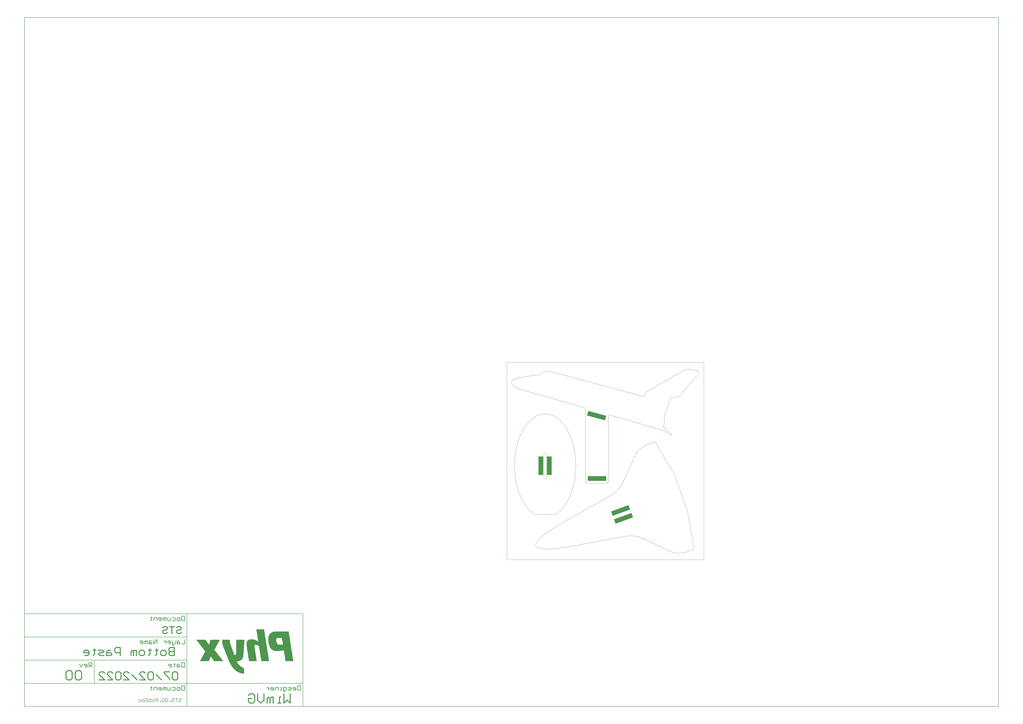
<source format=gbp>
G04*
G04 #@! TF.GenerationSoftware,Altium Limited,Altium Designer,22.2.0 (33)*
G04*
G04 Layer_Color=128*
%FSLAX25Y25*%
%MOIN*%
G70*
G04*
G04 #@! TF.SameCoordinates,AE1C0F29-CF17-4AF8-ABE1-3241E8FB01DF*
G04*
G04*
G04 #@! TF.FilePolarity,Positive*
G04*
G01*
G75*
%ADD10C,0.01575*%
%ADD11C,0.00787*%
%ADD15R,0.31496X0.07874*%
%ADD21C,0.00394*%
%ADD22C,0.00984*%
%ADD34R,0.07874X0.31496*%
G04:AMPARAMS|DCode=52|XSize=314.96mil|YSize=78.74mil|CornerRadius=0mil|HoleSize=0mil|Usage=FLASHONLY|Rotation=20.000|XOffset=0mil|YOffset=0mil|HoleType=Round|Shape=Rectangle|*
%AMROTATEDRECTD52*
4,1,4,-0.13452,-0.09086,-0.16145,-0.01687,0.13452,0.09086,0.16145,0.01687,-0.13452,-0.09086,0.0*
%
%ADD52ROTATEDRECTD52*%

G04:AMPARAMS|DCode=53|XSize=314.96mil|YSize=78.74mil|CornerRadius=0mil|HoleSize=0mil|Usage=FLASHONLY|Rotation=345.000|XOffset=0mil|YOffset=0mil|HoleType=Round|Shape=Rectangle|*
%AMROTATEDRECTD53*
4,1,4,-0.16230,0.00273,-0.14193,0.07879,0.16230,-0.00273,0.14193,-0.07879,-0.16230,0.00273,0.0*
%
%ADD53ROTATEDRECTD53*%

G36*
X-95415Y-141778D02*
X-97132D01*
Y-142065D01*
X-97991D01*
Y-142351D01*
X-98850D01*
Y-142637D01*
X-99709D01*
Y-142924D01*
X-100282D01*
Y-143210D01*
X-100568D01*
Y-143496D01*
X-101141D01*
Y-143783D01*
X-101427D01*
Y-144069D01*
X-102000D01*
Y-144355D01*
X-102286D01*
Y-144641D01*
X-102572D01*
Y-144928D01*
X-102859D01*
Y-145214D01*
X-103145D01*
Y-145501D01*
X-103431D01*
Y-145787D01*
X-103718D01*
Y-146073D01*
Y-146359D01*
X-104004D01*
Y-146646D01*
X-104290D01*
Y-146932D01*
Y-147218D01*
X-104577D01*
Y-147505D01*
X-104863D01*
Y-147791D01*
Y-148077D01*
X-105149D01*
Y-148364D01*
Y-148650D01*
Y-148936D01*
X-105436D01*
Y-149223D01*
Y-149509D01*
Y-149795D01*
X-105722D01*
Y-150082D01*
Y-150368D01*
Y-150654D01*
Y-150940D01*
X-106008D01*
Y-151227D01*
Y-151513D01*
Y-151799D01*
Y-152086D01*
Y-152372D01*
X-106295D01*
Y-152658D01*
Y-152945D01*
Y-153231D01*
Y-153517D01*
Y-153804D01*
Y-154090D01*
Y-154376D01*
Y-154663D01*
Y-154949D01*
Y-155235D01*
Y-155521D01*
Y-155808D01*
Y-156094D01*
Y-156380D01*
Y-156667D01*
Y-156953D01*
Y-157239D01*
Y-157526D01*
Y-157812D01*
Y-158098D01*
X-106008D01*
Y-158385D01*
Y-158671D01*
Y-158957D01*
Y-159244D01*
Y-159530D01*
Y-159816D01*
Y-160102D01*
X-105722D01*
Y-160389D01*
Y-160675D01*
Y-160961D01*
Y-161248D01*
Y-161534D01*
X-105436D01*
Y-161820D01*
Y-162107D01*
Y-162393D01*
Y-162679D01*
Y-162966D01*
X-105149D01*
Y-163252D01*
Y-163538D01*
Y-163824D01*
X-104863D01*
Y-164111D01*
Y-164397D01*
Y-164683D01*
Y-164970D01*
X-104577D01*
Y-165256D01*
Y-165542D01*
Y-165829D01*
X-104290D01*
Y-166115D01*
Y-166401D01*
X-104004D01*
Y-166688D01*
Y-166974D01*
Y-167260D01*
X-103718D01*
Y-167547D01*
Y-167833D01*
X-103431D01*
Y-168119D01*
Y-168405D01*
X-103145D01*
Y-168692D01*
Y-168978D01*
X-102859D01*
Y-169264D01*
X-102572D01*
Y-169551D01*
Y-169837D01*
X-102286D01*
Y-170123D01*
X-102000D01*
Y-170410D01*
X-101714D01*
Y-170696D01*
Y-170982D01*
X-101427D01*
Y-171269D01*
X-101141D01*
Y-171555D01*
X-100855D01*
Y-171841D01*
X-100568D01*
Y-172127D01*
X-100282D01*
Y-172414D01*
X-99709D01*
Y-172700D01*
X-99423D01*
Y-172986D01*
X-98850D01*
Y-173273D01*
X-98564D01*
Y-173559D01*
X-97991D01*
Y-173845D01*
X-97132D01*
Y-174132D01*
X-96273D01*
Y-174418D01*
X-95415D01*
Y-174704D01*
X-93697D01*
Y-174991D01*
X-88543D01*
Y-174704D01*
X-85966D01*
Y-174418D01*
X-83962D01*
Y-174132D01*
X-82530D01*
Y-173845D01*
X-81099D01*
Y-173559D01*
X-79667D01*
Y-173845D01*
Y-174132D01*
Y-174418D01*
Y-174704D01*
Y-174991D01*
Y-175277D01*
Y-175563D01*
X-79381D01*
Y-175850D01*
Y-176136D01*
Y-176422D01*
Y-176709D01*
Y-176995D01*
Y-177281D01*
X-79095D01*
Y-177568D01*
Y-177854D01*
Y-178140D01*
Y-178426D01*
Y-178713D01*
Y-178999D01*
X-78808D01*
Y-179285D01*
Y-179572D01*
Y-179858D01*
Y-180144D01*
Y-180431D01*
Y-180717D01*
Y-181003D01*
X-78522D01*
Y-181290D01*
Y-181576D01*
Y-181862D01*
Y-182149D01*
Y-182435D01*
Y-182721D01*
X-78236D01*
Y-183007D01*
Y-183294D01*
Y-183580D01*
Y-183866D01*
Y-184153D01*
Y-184439D01*
X-77950D01*
Y-184725D01*
Y-185012D01*
Y-185298D01*
Y-185584D01*
Y-185871D01*
Y-186157D01*
Y-186443D01*
X-77663D01*
Y-186730D01*
Y-187016D01*
Y-187302D01*
Y-187588D01*
Y-187875D01*
Y-188161D01*
X-77377D01*
Y-188447D01*
Y-188734D01*
Y-189020D01*
Y-189306D01*
Y-189593D01*
Y-189879D01*
X-77091D01*
Y-190165D01*
Y-190452D01*
Y-190738D01*
Y-191024D01*
Y-191311D01*
Y-191597D01*
Y-191883D01*
X-63634D01*
Y-191597D01*
X-63920D01*
Y-191311D01*
Y-191024D01*
Y-190738D01*
Y-190452D01*
Y-190165D01*
X-64206D01*
Y-189879D01*
Y-189593D01*
Y-189306D01*
Y-189020D01*
Y-188734D01*
Y-188447D01*
Y-188161D01*
X-64493D01*
Y-187875D01*
Y-187588D01*
Y-187302D01*
Y-187016D01*
Y-186730D01*
Y-186443D01*
X-64779D01*
Y-186157D01*
Y-185871D01*
Y-185584D01*
Y-185298D01*
Y-185012D01*
Y-184725D01*
X-65065D01*
Y-184439D01*
Y-184153D01*
Y-183866D01*
Y-183580D01*
Y-183294D01*
Y-183007D01*
Y-182721D01*
X-65352D01*
Y-182435D01*
Y-182149D01*
Y-181862D01*
Y-181576D01*
Y-181290D01*
Y-181003D01*
X-65638D01*
Y-180717D01*
Y-180431D01*
Y-180144D01*
Y-179858D01*
Y-179572D01*
Y-179285D01*
X-65924D01*
Y-178999D01*
Y-178713D01*
Y-178426D01*
Y-178140D01*
Y-177854D01*
Y-177568D01*
X-66211D01*
Y-177281D01*
Y-176995D01*
Y-176709D01*
Y-176422D01*
Y-176136D01*
Y-175850D01*
Y-175563D01*
X-66497D01*
Y-175277D01*
Y-174991D01*
Y-174704D01*
Y-174418D01*
Y-174132D01*
Y-173845D01*
X-66783D01*
Y-173559D01*
Y-173273D01*
Y-172986D01*
Y-172700D01*
Y-172414D01*
Y-172127D01*
X-67070D01*
Y-171841D01*
Y-171555D01*
Y-171269D01*
Y-170982D01*
Y-170696D01*
Y-170410D01*
X-67356D01*
Y-170123D01*
Y-169837D01*
Y-169551D01*
Y-169264D01*
Y-168978D01*
Y-168692D01*
Y-168405D01*
X-67642D01*
Y-168119D01*
Y-167833D01*
Y-167547D01*
Y-167260D01*
Y-166974D01*
Y-166688D01*
X-67928D01*
Y-166401D01*
Y-166115D01*
Y-165829D01*
Y-165542D01*
Y-165256D01*
Y-164970D01*
X-68215D01*
Y-164683D01*
Y-164397D01*
Y-164111D01*
Y-163824D01*
Y-163538D01*
Y-163252D01*
Y-162966D01*
X-68501D01*
Y-162679D01*
Y-162393D01*
Y-162107D01*
Y-161820D01*
Y-161534D01*
Y-161248D01*
X-68787D01*
Y-160961D01*
Y-160675D01*
Y-160389D01*
Y-160102D01*
Y-159816D01*
Y-159530D01*
X-69074D01*
Y-159244D01*
Y-158957D01*
Y-158671D01*
Y-158385D01*
Y-158098D01*
Y-157812D01*
X-69360D01*
Y-157526D01*
Y-157239D01*
Y-156953D01*
Y-156667D01*
Y-156380D01*
Y-156094D01*
Y-155808D01*
X-69646D01*
Y-155521D01*
Y-155235D01*
Y-154949D01*
Y-154663D01*
Y-154376D01*
Y-154090D01*
X-69933D01*
Y-153804D01*
Y-153517D01*
Y-153231D01*
Y-152945D01*
Y-152658D01*
Y-152372D01*
X-70219D01*
Y-152086D01*
Y-151799D01*
Y-151513D01*
Y-151227D01*
Y-150940D01*
Y-150654D01*
Y-150368D01*
X-70505D01*
Y-150082D01*
Y-149795D01*
Y-149509D01*
Y-149223D01*
Y-148936D01*
Y-148650D01*
X-70792D01*
Y-148364D01*
Y-148077D01*
Y-147791D01*
Y-147505D01*
Y-147218D01*
Y-146932D01*
X-71078D01*
Y-146646D01*
Y-146359D01*
Y-146073D01*
Y-145787D01*
Y-145501D01*
Y-145214D01*
Y-144928D01*
X-71364D01*
Y-144641D01*
Y-144355D01*
Y-144069D01*
Y-143783D01*
Y-143496D01*
Y-143210D01*
X-71651D01*
Y-142924D01*
Y-142637D01*
Y-142351D01*
Y-142065D01*
Y-141778D01*
Y-141492D01*
X-95415D01*
Y-141778D01*
D02*
G37*
G36*
X-126623Y-138343D02*
Y-138629D01*
X-126336D01*
Y-138915D01*
Y-139202D01*
Y-139488D01*
Y-139774D01*
Y-140060D01*
Y-140347D01*
X-126050D01*
Y-140633D01*
Y-140919D01*
Y-141206D01*
Y-141492D01*
Y-141778D01*
Y-142065D01*
X-125764D01*
Y-142351D01*
Y-142637D01*
Y-142924D01*
Y-143210D01*
Y-143496D01*
Y-143783D01*
Y-144069D01*
X-125477D01*
Y-144355D01*
Y-144641D01*
Y-144928D01*
Y-145214D01*
Y-145501D01*
Y-145787D01*
X-125191D01*
Y-146073D01*
Y-146359D01*
Y-146646D01*
Y-146932D01*
Y-147218D01*
Y-147505D01*
X-124905D01*
Y-147791D01*
Y-148077D01*
Y-148364D01*
Y-148650D01*
Y-148936D01*
Y-149223D01*
Y-149509D01*
X-124618D01*
Y-149795D01*
Y-150082D01*
Y-150368D01*
Y-150654D01*
Y-150940D01*
Y-151227D01*
X-124332D01*
Y-151513D01*
Y-151799D01*
Y-152086D01*
Y-152372D01*
Y-152658D01*
Y-152945D01*
X-124046D01*
Y-153231D01*
Y-153517D01*
Y-153804D01*
Y-154090D01*
Y-154376D01*
Y-154663D01*
X-123759D01*
Y-154949D01*
Y-155235D01*
Y-155521D01*
Y-155808D01*
Y-156094D01*
Y-156380D01*
Y-156667D01*
X-123473D01*
Y-156953D01*
Y-157239D01*
Y-157526D01*
Y-157812D01*
Y-158098D01*
Y-158385D01*
X-123187D01*
Y-158671D01*
Y-158957D01*
X-123759D01*
Y-158671D01*
X-124046D01*
Y-158385D01*
X-124332D01*
Y-158098D01*
X-124905D01*
Y-157812D01*
X-125191D01*
Y-157526D01*
X-125477D01*
Y-157239D01*
X-126050D01*
Y-156953D01*
X-126623D01*
Y-156667D01*
X-126909D01*
Y-156380D01*
X-127482D01*
Y-156094D01*
X-128341D01*
Y-155808D01*
X-128913D01*
Y-155521D01*
X-129772D01*
Y-155235D01*
X-131204D01*
Y-154949D01*
X-137503D01*
Y-155235D01*
X-138648D01*
Y-155521D01*
X-139507D01*
Y-155808D01*
X-140079D01*
Y-156094D01*
X-140366D01*
Y-156380D01*
X-140938D01*
Y-156667D01*
X-141225D01*
Y-156953D01*
X-141511D01*
Y-157239D01*
X-141797D01*
Y-157526D01*
X-142084D01*
Y-157812D01*
Y-158098D01*
X-142370D01*
Y-158385D01*
Y-158671D01*
X-142656D01*
Y-158957D01*
Y-159244D01*
Y-159530D01*
X-142943D01*
Y-159816D01*
Y-160102D01*
Y-160389D01*
Y-160675D01*
X-143229D01*
Y-160961D01*
Y-161248D01*
Y-161534D01*
Y-161820D01*
Y-162107D01*
Y-162393D01*
Y-162679D01*
Y-162966D01*
Y-163252D01*
Y-163538D01*
Y-163824D01*
Y-164111D01*
Y-164397D01*
Y-164683D01*
Y-164970D01*
Y-165256D01*
Y-165542D01*
Y-165829D01*
X-142943D01*
Y-166115D01*
Y-166401D01*
Y-166688D01*
Y-166974D01*
Y-167260D01*
Y-167547D01*
Y-167833D01*
X-142656D01*
Y-168119D01*
Y-168405D01*
Y-168692D01*
Y-168978D01*
Y-169264D01*
Y-169551D01*
Y-169837D01*
X-142370D01*
Y-170123D01*
Y-170410D01*
Y-170696D01*
Y-170982D01*
Y-171269D01*
Y-171555D01*
X-142084D01*
Y-171841D01*
Y-172127D01*
Y-172414D01*
Y-172700D01*
Y-172986D01*
Y-173273D01*
X-141797D01*
Y-173559D01*
Y-173845D01*
Y-174132D01*
Y-174418D01*
Y-174704D01*
Y-174991D01*
X-141511D01*
Y-175277D01*
Y-175563D01*
Y-175850D01*
Y-176136D01*
Y-176422D01*
Y-176709D01*
Y-176995D01*
X-141225D01*
Y-177281D01*
Y-177568D01*
Y-177854D01*
Y-178140D01*
Y-178426D01*
Y-178713D01*
X-140938D01*
Y-178999D01*
Y-179285D01*
Y-179572D01*
Y-179858D01*
Y-180144D01*
Y-180431D01*
X-140652D01*
Y-180717D01*
Y-181003D01*
Y-181290D01*
Y-181576D01*
Y-181862D01*
Y-182149D01*
Y-182435D01*
X-140366D01*
Y-182721D01*
Y-183007D01*
Y-183294D01*
Y-183580D01*
Y-183866D01*
Y-184153D01*
X-140079D01*
Y-184439D01*
Y-184725D01*
Y-185012D01*
Y-185298D01*
Y-185584D01*
Y-185871D01*
X-139793D01*
Y-186157D01*
Y-186443D01*
Y-186730D01*
Y-187016D01*
Y-187302D01*
Y-187588D01*
X-139507D01*
Y-187875D01*
Y-188161D01*
Y-188447D01*
Y-188734D01*
Y-189020D01*
Y-189306D01*
Y-189593D01*
X-139220D01*
Y-189879D01*
Y-190165D01*
Y-190452D01*
Y-190738D01*
Y-191024D01*
Y-191311D01*
X-138934D01*
Y-191597D01*
Y-191883D01*
X-125764D01*
Y-191597D01*
Y-191311D01*
X-126050D01*
Y-191024D01*
Y-190738D01*
Y-190452D01*
Y-190165D01*
Y-189879D01*
Y-189593D01*
X-126336D01*
Y-189306D01*
Y-189020D01*
Y-188734D01*
Y-188447D01*
Y-188161D01*
Y-187875D01*
Y-187588D01*
X-126623D01*
Y-187302D01*
Y-187016D01*
Y-186730D01*
Y-186443D01*
Y-186157D01*
Y-185871D01*
X-126909D01*
Y-185584D01*
Y-185298D01*
Y-185012D01*
Y-184725D01*
Y-184439D01*
Y-184153D01*
X-127195D01*
Y-183866D01*
Y-183580D01*
Y-183294D01*
Y-183007D01*
Y-182721D01*
Y-182435D01*
Y-182149D01*
X-127482D01*
Y-181862D01*
Y-181576D01*
Y-181290D01*
Y-181003D01*
Y-180717D01*
Y-180431D01*
X-127768D01*
Y-180144D01*
Y-179858D01*
Y-179572D01*
Y-179285D01*
Y-178999D01*
Y-178713D01*
Y-178426D01*
X-128054D01*
Y-178140D01*
Y-177854D01*
Y-177568D01*
Y-177281D01*
Y-176995D01*
Y-176709D01*
X-128341D01*
Y-176422D01*
Y-176136D01*
Y-175850D01*
Y-175563D01*
Y-175277D01*
Y-174991D01*
X-128627D01*
Y-174704D01*
Y-174418D01*
Y-174132D01*
Y-173845D01*
Y-173559D01*
Y-173273D01*
X-128913D01*
Y-172986D01*
Y-172700D01*
Y-172414D01*
Y-172127D01*
Y-171841D01*
Y-171555D01*
Y-171269D01*
X-129200D01*
Y-170982D01*
Y-170696D01*
Y-170410D01*
Y-170123D01*
Y-169837D01*
Y-169551D01*
X-129486D01*
Y-169264D01*
Y-168978D01*
Y-168692D01*
Y-168405D01*
Y-168119D01*
Y-167833D01*
Y-167547D01*
X-129772D01*
Y-167260D01*
Y-166974D01*
Y-166688D01*
Y-166401D01*
Y-166115D01*
Y-165829D01*
X-129486D01*
Y-165542D01*
Y-165256D01*
X-129200D01*
Y-164970D01*
X-128913D01*
Y-164683D01*
X-128341D01*
Y-164397D01*
X-126623D01*
Y-164683D01*
X-125191D01*
Y-164970D01*
X-124332D01*
Y-165256D01*
X-123759D01*
Y-165542D01*
X-123473D01*
Y-165829D01*
X-122901D01*
Y-166115D01*
X-122614D01*
Y-166401D01*
X-122328D01*
Y-166688D01*
Y-166974D01*
X-122042D01*
Y-167260D01*
Y-167547D01*
Y-167833D01*
X-121755D01*
Y-168119D01*
Y-168405D01*
Y-168692D01*
Y-168978D01*
Y-169264D01*
Y-169551D01*
X-121469D01*
Y-169837D01*
Y-170123D01*
Y-170410D01*
Y-170696D01*
Y-170982D01*
Y-171269D01*
Y-171555D01*
X-121183D01*
Y-171841D01*
Y-172127D01*
Y-172414D01*
Y-172700D01*
Y-172986D01*
Y-173273D01*
X-120896D01*
Y-173559D01*
Y-173845D01*
Y-174132D01*
Y-174418D01*
Y-174704D01*
Y-174991D01*
X-120610D01*
Y-175277D01*
Y-175563D01*
Y-175850D01*
Y-176136D01*
Y-176422D01*
Y-176709D01*
X-120324D01*
Y-176995D01*
Y-177281D01*
Y-177568D01*
Y-177854D01*
Y-178140D01*
Y-178426D01*
Y-178713D01*
X-120037D01*
Y-178999D01*
Y-179285D01*
Y-179572D01*
Y-179858D01*
Y-180144D01*
Y-180431D01*
X-119751D01*
Y-180717D01*
Y-181003D01*
Y-181290D01*
Y-181576D01*
Y-181862D01*
Y-182149D01*
X-119465D01*
Y-182435D01*
Y-182721D01*
Y-183007D01*
Y-183294D01*
Y-183580D01*
Y-183866D01*
Y-184153D01*
X-119178D01*
Y-184439D01*
Y-184725D01*
Y-185012D01*
Y-185298D01*
Y-185584D01*
Y-185871D01*
X-118892D01*
Y-186157D01*
Y-186443D01*
Y-186730D01*
Y-187016D01*
Y-187302D01*
Y-187588D01*
X-118606D01*
Y-187875D01*
Y-188161D01*
Y-188447D01*
Y-188734D01*
Y-189020D01*
Y-189306D01*
X-118320D01*
Y-189593D01*
Y-189879D01*
Y-190165D01*
Y-190452D01*
Y-190738D01*
Y-191024D01*
Y-191311D01*
X-118033D01*
Y-191597D01*
Y-191883D01*
X-104863D01*
Y-191597D01*
Y-191311D01*
X-105149D01*
Y-191024D01*
Y-190738D01*
Y-190452D01*
Y-190165D01*
Y-189879D01*
Y-189593D01*
Y-189306D01*
X-105436D01*
Y-189020D01*
Y-188734D01*
Y-188447D01*
Y-188161D01*
Y-187875D01*
Y-187588D01*
X-105722D01*
Y-187302D01*
Y-187016D01*
Y-186730D01*
Y-186443D01*
Y-186157D01*
Y-185871D01*
X-106008D01*
Y-185584D01*
Y-185298D01*
Y-185012D01*
Y-184725D01*
Y-184439D01*
Y-184153D01*
Y-183866D01*
X-106295D01*
Y-183580D01*
Y-183294D01*
Y-183007D01*
Y-182721D01*
Y-182435D01*
Y-182149D01*
X-106581D01*
Y-181862D01*
Y-181576D01*
Y-181290D01*
Y-181003D01*
Y-180717D01*
Y-180431D01*
X-106867D01*
Y-180144D01*
Y-179858D01*
Y-179572D01*
Y-179285D01*
Y-178999D01*
Y-178713D01*
X-107153D01*
Y-178426D01*
Y-178140D01*
Y-177854D01*
Y-177568D01*
Y-177281D01*
Y-176995D01*
Y-176709D01*
X-107440D01*
Y-176422D01*
Y-176136D01*
Y-175850D01*
Y-175563D01*
Y-175277D01*
Y-174991D01*
X-107726D01*
Y-174704D01*
Y-174418D01*
Y-174132D01*
Y-173845D01*
Y-173559D01*
Y-173273D01*
X-108012D01*
Y-172986D01*
Y-172700D01*
Y-172414D01*
Y-172127D01*
Y-171841D01*
Y-171555D01*
Y-171269D01*
X-108299D01*
Y-170982D01*
Y-170696D01*
Y-170410D01*
Y-170123D01*
Y-169837D01*
Y-169551D01*
X-108585D01*
Y-169264D01*
Y-168978D01*
Y-168692D01*
Y-168405D01*
Y-168119D01*
Y-167833D01*
X-108871D01*
Y-167547D01*
Y-167260D01*
Y-166974D01*
Y-166688D01*
Y-166401D01*
Y-166115D01*
X-109158D01*
Y-165829D01*
Y-165542D01*
Y-165256D01*
Y-164970D01*
Y-164683D01*
Y-164397D01*
Y-164111D01*
X-109444D01*
Y-163824D01*
Y-163538D01*
Y-163252D01*
Y-162966D01*
Y-162679D01*
Y-162393D01*
X-109730D01*
Y-162107D01*
Y-161820D01*
Y-161534D01*
Y-161248D01*
Y-160961D01*
Y-160675D01*
X-110017D01*
Y-160389D01*
Y-160102D01*
Y-159816D01*
Y-159530D01*
Y-159244D01*
Y-158957D01*
X-110303D01*
Y-158671D01*
Y-158385D01*
Y-158098D01*
Y-157812D01*
Y-157526D01*
Y-157239D01*
Y-156953D01*
X-110589D01*
Y-156667D01*
Y-156380D01*
Y-156094D01*
Y-155808D01*
Y-155521D01*
Y-155235D01*
X-110875D01*
Y-154949D01*
Y-154663D01*
Y-154376D01*
Y-154090D01*
Y-153804D01*
Y-153517D01*
X-111162D01*
Y-153231D01*
Y-152945D01*
Y-152658D01*
Y-152372D01*
Y-152086D01*
Y-151799D01*
Y-151513D01*
X-111448D01*
Y-151227D01*
Y-150940D01*
Y-150654D01*
Y-150368D01*
Y-150082D01*
Y-149795D01*
X-111734D01*
Y-149509D01*
Y-149223D01*
Y-148936D01*
Y-148650D01*
Y-148364D01*
Y-148077D01*
X-112021D01*
Y-147791D01*
Y-147505D01*
Y-147218D01*
Y-146932D01*
Y-146646D01*
Y-146359D01*
X-112307D01*
Y-146073D01*
Y-145787D01*
Y-145501D01*
Y-145214D01*
Y-144928D01*
Y-144641D01*
Y-144355D01*
X-112593D01*
Y-144069D01*
Y-143783D01*
Y-143496D01*
Y-143210D01*
Y-142924D01*
Y-142637D01*
X-112880D01*
Y-142351D01*
Y-142065D01*
Y-141778D01*
Y-141492D01*
Y-141206D01*
Y-140919D01*
X-113166D01*
Y-140633D01*
Y-140347D01*
Y-140060D01*
Y-139774D01*
Y-139488D01*
Y-139202D01*
Y-138915D01*
X-113452D01*
Y-138629D01*
Y-138343D01*
Y-138056D01*
X-126623D01*
Y-138343D01*
D02*
G37*
G36*
X-228550Y-155808D02*
X-228264D01*
Y-156094D01*
X-227977D01*
Y-156380D01*
Y-156667D01*
X-227691D01*
Y-156953D01*
X-227405D01*
Y-157239D01*
X-227118D01*
Y-157526D01*
Y-157812D01*
X-226832D01*
Y-158098D01*
X-226546D01*
Y-158385D01*
X-226259D01*
Y-158671D01*
X-225973D01*
Y-158957D01*
Y-159244D01*
X-225687D01*
Y-159530D01*
X-225401D01*
Y-159816D01*
X-225114D01*
Y-160102D01*
Y-160389D01*
X-224828D01*
Y-160675D01*
X-224542D01*
Y-160961D01*
X-224255D01*
Y-161248D01*
X-223969D01*
Y-161534D01*
Y-161820D01*
X-223683D01*
Y-162107D01*
X-223396D01*
Y-162393D01*
X-223110D01*
Y-162679D01*
Y-162966D01*
X-222824D01*
Y-163252D01*
X-222537D01*
Y-163538D01*
X-222251D01*
Y-163824D01*
Y-164111D01*
X-221965D01*
Y-164397D01*
X-221678D01*
Y-164683D01*
X-221392D01*
Y-164970D01*
X-221106D01*
Y-165256D01*
Y-165542D01*
X-220820D01*
Y-165829D01*
X-220533D01*
Y-166115D01*
X-220247D01*
Y-166401D01*
Y-166688D01*
X-219961D01*
Y-166974D01*
X-219674D01*
Y-167260D01*
X-219388D01*
Y-167547D01*
Y-167833D01*
X-219102D01*
Y-168119D01*
X-218815D01*
Y-168405D01*
X-218529D01*
Y-168692D01*
X-218243D01*
Y-168978D01*
Y-169264D01*
X-217956D01*
Y-169551D01*
X-217670D01*
Y-169837D01*
X-217384D01*
Y-170123D01*
Y-170410D01*
X-217097D01*
Y-170696D01*
X-216811D01*
Y-170982D01*
X-216525D01*
Y-171269D01*
Y-171555D01*
X-216239D01*
Y-171841D01*
X-215952D01*
Y-172127D01*
X-215666D01*
Y-172414D01*
X-215380D01*
Y-172700D01*
Y-172986D01*
X-215093D01*
Y-173273D01*
X-214807D01*
Y-173559D01*
X-214521D01*
Y-173845D01*
Y-174132D01*
X-214234D01*
Y-174418D01*
X-213948D01*
Y-174704D01*
X-213662D01*
Y-174991D01*
X-213375D01*
Y-175277D01*
Y-175563D01*
X-213662D01*
Y-175850D01*
Y-176136D01*
X-213948D01*
Y-176422D01*
Y-176709D01*
X-214234D01*
Y-176995D01*
X-214521D01*
Y-177281D01*
Y-177568D01*
X-214807D01*
Y-177854D01*
Y-178140D01*
X-215093D01*
Y-178426D01*
Y-178713D01*
X-215380D01*
Y-178999D01*
Y-179285D01*
X-215666D01*
Y-179572D01*
Y-179858D01*
X-215952D01*
Y-180144D01*
Y-180431D01*
X-216239D01*
Y-180717D01*
Y-181003D01*
X-216525D01*
Y-181290D01*
Y-181576D01*
X-216811D01*
Y-181862D01*
X-217097D01*
Y-182149D01*
Y-182435D01*
X-217384D01*
Y-182721D01*
Y-183007D01*
X-217670D01*
Y-183294D01*
Y-183580D01*
X-217956D01*
Y-183866D01*
Y-184153D01*
X-218243D01*
Y-184439D01*
Y-184725D01*
X-218529D01*
Y-185012D01*
Y-185298D01*
X-218815D01*
Y-185584D01*
Y-185871D01*
X-219102D01*
Y-186157D01*
X-219388D01*
Y-186443D01*
Y-186730D01*
X-219674D01*
Y-187016D01*
Y-187302D01*
X-219961D01*
Y-187588D01*
Y-187875D01*
X-220247D01*
Y-188161D01*
Y-188447D01*
X-220533D01*
Y-188734D01*
Y-189020D01*
X-220820D01*
Y-189306D01*
Y-189593D01*
X-221106D01*
Y-189879D01*
Y-190165D01*
X-221392D01*
Y-190452D01*
X-221678D01*
Y-190738D01*
Y-191024D01*
X-221965D01*
Y-191311D01*
Y-191597D01*
X-222251D01*
Y-191883D01*
X-207077D01*
Y-191597D01*
X-206790D01*
Y-191311D01*
Y-191024D01*
Y-190738D01*
X-206504D01*
Y-190452D01*
Y-190165D01*
Y-189879D01*
X-206218D01*
Y-189593D01*
Y-189306D01*
X-205931D01*
Y-189020D01*
Y-188734D01*
Y-188447D01*
X-205645D01*
Y-188161D01*
Y-187875D01*
Y-187588D01*
X-205359D01*
Y-187302D01*
Y-187016D01*
X-205072D01*
Y-186730D01*
Y-186443D01*
Y-186157D01*
X-204786D01*
Y-185871D01*
Y-185584D01*
Y-185298D01*
X-204500D01*
Y-185012D01*
Y-184725D01*
Y-184439D01*
X-204214D01*
Y-184153D01*
X-203641D01*
Y-184439D01*
Y-184725D01*
X-203355D01*
Y-185012D01*
X-203068D01*
Y-185298D01*
Y-185584D01*
X-202782D01*
Y-185871D01*
X-202496D01*
Y-186157D01*
Y-186443D01*
X-202209D01*
Y-186730D01*
X-201923D01*
Y-187016D01*
Y-187302D01*
X-201637D01*
Y-187588D01*
X-201350D01*
Y-187875D01*
X-201064D01*
Y-188161D01*
Y-188447D01*
X-200778D01*
Y-188734D01*
X-200491D01*
Y-189020D01*
Y-189306D01*
X-200205D01*
Y-189593D01*
X-199919D01*
Y-189879D01*
Y-190165D01*
X-199632D01*
Y-190452D01*
X-199346D01*
Y-190738D01*
Y-191024D01*
X-199060D01*
Y-191311D01*
X-198774D01*
Y-191597D01*
Y-191883D01*
X-182740D01*
Y-191597D01*
X-183026D01*
Y-191311D01*
X-183313D01*
Y-191024D01*
X-183599D01*
Y-190738D01*
X-183885D01*
Y-190452D01*
Y-190165D01*
X-184172D01*
Y-189879D01*
X-184458D01*
Y-189593D01*
X-184744D01*
Y-189306D01*
X-185030D01*
Y-189020D01*
Y-188734D01*
X-185317D01*
Y-188447D01*
X-185603D01*
Y-188161D01*
X-185889D01*
Y-187875D01*
Y-187588D01*
X-186176D01*
Y-187302D01*
X-186462D01*
Y-187016D01*
X-186748D01*
Y-186730D01*
X-187035D01*
Y-186443D01*
Y-186157D01*
X-187321D01*
Y-185871D01*
X-187607D01*
Y-185584D01*
X-187894D01*
Y-185298D01*
X-188180D01*
Y-185012D01*
Y-184725D01*
X-188466D01*
Y-184439D01*
X-188753D01*
Y-184153D01*
X-189039D01*
Y-183866D01*
Y-183580D01*
X-189325D01*
Y-183294D01*
X-189611D01*
Y-183007D01*
X-189898D01*
Y-182721D01*
X-190184D01*
Y-182435D01*
Y-182149D01*
X-190470D01*
Y-181862D01*
X-190757D01*
Y-181576D01*
X-191043D01*
Y-181290D01*
Y-181003D01*
X-191329D01*
Y-180717D01*
X-191616D01*
Y-180431D01*
X-191902D01*
Y-180144D01*
X-192188D01*
Y-179858D01*
Y-179572D01*
X-192475D01*
Y-179285D01*
X-192761D01*
Y-178999D01*
X-193047D01*
Y-178713D01*
Y-178426D01*
X-193334D01*
Y-178140D01*
X-193620D01*
Y-177854D01*
X-193906D01*
Y-177568D01*
X-194193D01*
Y-177281D01*
Y-176995D01*
X-194479D01*
Y-176709D01*
X-194765D01*
Y-176422D01*
X-195051D01*
Y-176136D01*
X-195338D01*
Y-175850D01*
Y-175563D01*
X-195624D01*
Y-175277D01*
X-195910D01*
Y-174991D01*
X-196197D01*
Y-174704D01*
Y-174418D01*
X-196483D01*
Y-174132D01*
X-196769D01*
Y-173845D01*
X-197056D01*
Y-173559D01*
X-197342D01*
Y-173273D01*
Y-172986D01*
X-197628D01*
Y-172700D01*
Y-172414D01*
Y-172127D01*
X-197342D01*
Y-171841D01*
X-197056D01*
Y-171555D01*
Y-171269D01*
X-196769D01*
Y-170982D01*
Y-170696D01*
X-196483D01*
Y-170410D01*
Y-170123D01*
X-196197D01*
Y-169837D01*
Y-169551D01*
X-195910D01*
Y-169264D01*
Y-168978D01*
X-195624D01*
Y-168692D01*
Y-168405D01*
X-195338D01*
Y-168119D01*
X-195051D01*
Y-167833D01*
Y-167547D01*
X-194765D01*
Y-167260D01*
Y-166974D01*
X-194479D01*
Y-166688D01*
Y-166401D01*
X-194193D01*
Y-166115D01*
Y-165829D01*
X-193906D01*
Y-165542D01*
Y-165256D01*
X-193620D01*
Y-164970D01*
Y-164683D01*
X-193334D01*
Y-164397D01*
X-193047D01*
Y-164111D01*
Y-163824D01*
X-192761D01*
Y-163538D01*
Y-163252D01*
X-192475D01*
Y-162966D01*
Y-162679D01*
X-192188D01*
Y-162393D01*
Y-162107D01*
X-191902D01*
Y-161820D01*
Y-161534D01*
X-191616D01*
Y-161248D01*
Y-160961D01*
X-191329D01*
Y-160675D01*
Y-160389D01*
X-191043D01*
Y-160102D01*
X-190757D01*
Y-159816D01*
Y-159530D01*
X-190470D01*
Y-159244D01*
Y-158957D01*
X-190184D01*
Y-158671D01*
Y-158385D01*
X-189898D01*
Y-158098D01*
Y-157812D01*
X-189611D01*
Y-157526D01*
Y-157239D01*
X-189325D01*
Y-156953D01*
Y-156667D01*
X-189039D01*
Y-156380D01*
X-188753D01*
Y-156094D01*
Y-155808D01*
X-188466D01*
Y-155521D01*
X-204214D01*
Y-155808D01*
X-204500D01*
Y-156094D01*
Y-156380D01*
Y-156667D01*
X-204786D01*
Y-156953D01*
Y-157239D01*
Y-157526D01*
X-205072D01*
Y-157812D01*
Y-158098D01*
Y-158385D01*
X-205359D01*
Y-158671D01*
Y-158957D01*
Y-159244D01*
X-205645D01*
Y-159530D01*
Y-159816D01*
Y-160102D01*
X-205931D01*
Y-160389D01*
Y-160675D01*
Y-160961D01*
X-206218D01*
Y-161248D01*
Y-161534D01*
Y-161820D01*
X-206504D01*
Y-162107D01*
Y-162393D01*
Y-162679D01*
X-206790D01*
Y-162966D01*
Y-163252D01*
Y-163538D01*
Y-163824D01*
X-207363D01*
Y-163538D01*
X-207649D01*
Y-163252D01*
X-207936D01*
Y-162966D01*
Y-162679D01*
X-208222D01*
Y-162393D01*
X-208508D01*
Y-162107D01*
Y-161820D01*
X-208794D01*
Y-161534D01*
X-209081D01*
Y-161248D01*
Y-160961D01*
X-209367D01*
Y-160675D01*
X-209653D01*
Y-160389D01*
Y-160102D01*
X-209940D01*
Y-159816D01*
X-210226D01*
Y-159530D01*
Y-159244D01*
X-210512D01*
Y-158957D01*
X-210799D01*
Y-158671D01*
Y-158385D01*
X-211085D01*
Y-158098D01*
X-211371D01*
Y-157812D01*
Y-157526D01*
X-211658D01*
Y-157239D01*
X-211944D01*
Y-156953D01*
Y-156667D01*
X-212230D01*
Y-156380D01*
X-212516D01*
Y-156094D01*
Y-155808D01*
X-212803D01*
Y-155521D01*
X-228550D01*
Y-155808D01*
D02*
G37*
G36*
X-184458D02*
Y-156094D01*
Y-156380D01*
Y-156667D01*
Y-156953D01*
Y-157239D01*
Y-157526D01*
Y-157812D01*
Y-158098D01*
Y-158385D01*
Y-158671D01*
Y-158957D01*
Y-159244D01*
Y-159530D01*
Y-159816D01*
Y-160102D01*
Y-160389D01*
Y-160675D01*
Y-160961D01*
Y-161248D01*
Y-161534D01*
X-184172D01*
Y-161820D01*
Y-162107D01*
Y-162393D01*
Y-162679D01*
Y-162966D01*
X-183885D01*
Y-163252D01*
Y-163538D01*
Y-163824D01*
Y-164111D01*
X-183599D01*
Y-164397D01*
Y-164683D01*
Y-164970D01*
Y-165256D01*
X-183313D01*
Y-165542D01*
Y-165829D01*
Y-166115D01*
X-183026D01*
Y-166401D01*
Y-166688D01*
Y-166974D01*
X-182740D01*
Y-167260D01*
Y-167547D01*
Y-167833D01*
X-182454D01*
Y-168119D01*
Y-168405D01*
Y-168692D01*
X-182167D01*
Y-168978D01*
Y-169264D01*
X-181881D01*
Y-169551D01*
Y-169837D01*
X-181595D01*
Y-170123D01*
Y-170410D01*
Y-170696D01*
X-181308D01*
Y-170982D01*
Y-171269D01*
X-181022D01*
Y-171555D01*
Y-171841D01*
Y-172127D01*
X-180736D01*
Y-172414D01*
Y-172700D01*
X-180449D01*
Y-172986D01*
Y-173273D01*
Y-173559D01*
X-180163D01*
Y-173845D01*
Y-174132D01*
X-179877D01*
Y-174418D01*
Y-174704D01*
Y-174991D01*
X-179591D01*
Y-175277D01*
Y-175563D01*
X-179304D01*
Y-175850D01*
Y-176136D01*
Y-176422D01*
X-179018D01*
Y-176709D01*
Y-176995D01*
X-178732D01*
Y-177281D01*
Y-177568D01*
Y-177854D01*
X-178445D01*
Y-178140D01*
Y-178426D01*
X-178159D01*
Y-178713D01*
Y-178999D01*
Y-179285D01*
X-177873D01*
Y-179572D01*
Y-179858D01*
X-177586D01*
Y-180144D01*
Y-180431D01*
Y-180717D01*
X-177300D01*
Y-181003D01*
Y-181290D01*
X-177014D01*
Y-181576D01*
Y-181862D01*
Y-182149D01*
X-176727D01*
Y-182435D01*
Y-182721D01*
X-176441D01*
Y-183007D01*
Y-183294D01*
Y-183580D01*
X-176155D01*
Y-183866D01*
Y-184153D01*
X-175868D01*
Y-184439D01*
Y-184725D01*
Y-185012D01*
X-175582D01*
Y-185298D01*
Y-185584D01*
X-175296D01*
Y-185871D01*
Y-186157D01*
Y-186443D01*
X-175010D01*
Y-186730D01*
Y-187016D01*
X-174723D01*
Y-187302D01*
Y-187588D01*
Y-187875D01*
X-174437D01*
Y-188161D01*
Y-188447D01*
X-174151D01*
Y-188734D01*
Y-189020D01*
Y-189306D01*
X-173864D01*
Y-189593D01*
Y-189879D01*
X-173578D01*
Y-190165D01*
Y-190452D01*
Y-190738D01*
X-173292D01*
Y-191024D01*
Y-191311D01*
X-173005D01*
Y-191597D01*
Y-191883D01*
Y-192169D01*
X-172719D01*
Y-192456D01*
Y-192742D01*
X-172433D01*
Y-193028D01*
Y-193315D01*
X-172146D01*
Y-193601D01*
Y-193887D01*
X-171860D01*
Y-194174D01*
Y-194460D01*
Y-194746D01*
X-171574D01*
Y-195033D01*
X-171288D01*
Y-195319D01*
Y-195605D01*
Y-195891D01*
X-171001D01*
Y-196178D01*
X-170715D01*
Y-196464D01*
Y-196750D01*
X-170429D01*
Y-197037D01*
Y-197323D01*
X-170142D01*
Y-197609D01*
Y-197896D01*
X-169856D01*
Y-198182D01*
Y-198468D01*
X-169570D01*
Y-198755D01*
X-169283D01*
Y-199041D01*
Y-199327D01*
X-168997D01*
Y-199614D01*
Y-199900D01*
X-168711D01*
Y-200186D01*
X-168424D01*
Y-200472D01*
X-168138D01*
Y-200759D01*
Y-201045D01*
X-167852D01*
Y-201331D01*
X-167565D01*
Y-201618D01*
Y-201904D01*
X-167279D01*
Y-202190D01*
X-166993D01*
Y-202477D01*
X-166707D01*
Y-202763D01*
Y-203049D01*
X-166420D01*
Y-203336D01*
X-166134D01*
Y-203622D01*
X-165848D01*
Y-203908D01*
X-165561D01*
Y-204195D01*
X-165275D01*
Y-204481D01*
Y-204767D01*
X-164989D01*
Y-205053D01*
X-164702D01*
Y-205340D01*
X-164416D01*
Y-205626D01*
X-164130D01*
Y-205912D01*
X-163843D01*
Y-206199D01*
X-163557D01*
Y-206485D01*
X-163271D01*
Y-206771D01*
X-162698D01*
Y-207058D01*
X-162412D01*
Y-207344D01*
X-162126D01*
Y-207630D01*
X-161839D01*
Y-207917D01*
X-161553D01*
Y-208203D01*
X-160980D01*
Y-208489D01*
X-160694D01*
Y-208776D01*
X-160121D01*
Y-209062D01*
X-159835D01*
Y-209348D01*
X-159262D01*
Y-209634D01*
X-158976D01*
Y-209921D01*
X-158403D01*
Y-210207D01*
X-157831D01*
Y-210493D01*
X-157258D01*
Y-210780D01*
X-156685D01*
Y-211066D01*
X-156113D01*
Y-211352D01*
X-155254D01*
Y-211639D01*
X-154681D01*
Y-211925D01*
X-153822D01*
Y-212211D01*
X-152677D01*
Y-212498D01*
X-151532D01*
Y-212784D01*
X-149814D01*
Y-213070D01*
X-147810D01*
Y-213357D01*
X-147523D01*
Y-213070D01*
Y-212784D01*
Y-212498D01*
Y-212211D01*
Y-211925D01*
Y-211639D01*
Y-211352D01*
Y-211066D01*
Y-210780D01*
Y-210493D01*
Y-210207D01*
Y-209921D01*
Y-209634D01*
Y-209348D01*
Y-209062D01*
Y-208776D01*
Y-208489D01*
Y-208203D01*
Y-207917D01*
Y-207630D01*
Y-207344D01*
Y-207058D01*
Y-206771D01*
Y-206485D01*
Y-206199D01*
Y-205912D01*
Y-205626D01*
Y-205340D01*
Y-205053D01*
Y-204767D01*
Y-204481D01*
Y-204195D01*
Y-203908D01*
X-148096D01*
Y-203622D01*
X-148669D01*
Y-203336D01*
X-149241D01*
Y-203049D01*
X-149814D01*
Y-202763D01*
X-150387D01*
Y-202477D01*
X-150959D01*
Y-202190D01*
X-151246D01*
Y-201904D01*
X-151818D01*
Y-201618D01*
X-152104D01*
Y-201331D01*
X-152677D01*
Y-201045D01*
X-152963D01*
Y-200759D01*
X-153250D01*
Y-200472D01*
X-153822D01*
Y-200186D01*
X-154109D01*
Y-199900D01*
X-154395D01*
Y-199614D01*
X-154681D01*
Y-199327D01*
X-154968D01*
Y-199041D01*
X-155254D01*
Y-198755D01*
X-155540D01*
Y-198468D01*
X-155827D01*
Y-198182D01*
X-156113D01*
Y-197896D01*
X-156399D01*
Y-197609D01*
X-156685D01*
Y-197323D01*
X-156972D01*
Y-197037D01*
Y-196750D01*
X-157258D01*
Y-196464D01*
X-157545D01*
Y-196178D01*
X-157831D01*
Y-195891D01*
Y-195605D01*
X-158117D01*
Y-195319D01*
X-158403D01*
Y-195033D01*
Y-194746D01*
X-158690D01*
Y-194460D01*
Y-194174D01*
X-158976D01*
Y-193887D01*
X-159262D01*
Y-193601D01*
Y-193315D01*
X-159549D01*
Y-193028D01*
Y-192742D01*
X-159835D01*
Y-192456D01*
Y-192169D01*
X-158117D01*
Y-191883D01*
X-156113D01*
Y-191597D01*
X-154968D01*
Y-191311D01*
X-154395D01*
Y-191024D01*
X-153536D01*
Y-190738D01*
X-152963D01*
Y-190452D01*
X-152677D01*
Y-190165D01*
X-152104D01*
Y-189879D01*
X-151818D01*
Y-189593D01*
X-151532D01*
Y-189306D01*
X-151246D01*
Y-189020D01*
X-150959D01*
Y-188734D01*
X-150673D01*
Y-188447D01*
Y-188161D01*
X-150387D01*
Y-187875D01*
X-150100D01*
Y-187588D01*
Y-187302D01*
X-149814D01*
Y-187016D01*
Y-186730D01*
X-149528D01*
Y-186443D01*
Y-186157D01*
X-149241D01*
Y-185871D01*
Y-185584D01*
Y-185298D01*
X-148955D01*
Y-185012D01*
Y-184725D01*
Y-184439D01*
Y-184153D01*
X-148669D01*
Y-183866D01*
Y-183580D01*
Y-183294D01*
Y-183007D01*
Y-182721D01*
Y-182435D01*
Y-182149D01*
X-148382D01*
Y-181862D01*
Y-181576D01*
Y-181290D01*
Y-181003D01*
Y-180717D01*
Y-180431D01*
Y-180144D01*
Y-179858D01*
Y-179572D01*
Y-179285D01*
Y-178999D01*
Y-178713D01*
Y-178426D01*
Y-178140D01*
Y-177854D01*
X-148096D01*
Y-177568D01*
Y-177281D01*
Y-176995D01*
Y-176709D01*
Y-176422D01*
Y-176136D01*
Y-175850D01*
Y-175563D01*
Y-175277D01*
Y-174991D01*
Y-174704D01*
Y-174418D01*
Y-174132D01*
Y-173845D01*
Y-173559D01*
X-147810D01*
Y-173273D01*
Y-172986D01*
Y-172700D01*
Y-172414D01*
Y-172127D01*
Y-171841D01*
Y-171555D01*
Y-171269D01*
Y-170982D01*
Y-170696D01*
Y-170410D01*
Y-170123D01*
Y-169837D01*
Y-169551D01*
Y-169264D01*
Y-168978D01*
X-147523D01*
Y-168692D01*
Y-168405D01*
Y-168119D01*
Y-167833D01*
Y-167547D01*
Y-167260D01*
Y-166974D01*
Y-166688D01*
Y-166401D01*
Y-166115D01*
Y-165829D01*
Y-165542D01*
Y-165256D01*
Y-164970D01*
Y-164683D01*
Y-164397D01*
X-147237D01*
Y-164111D01*
Y-163824D01*
Y-163538D01*
Y-163252D01*
Y-162966D01*
Y-162679D01*
Y-162393D01*
Y-162107D01*
Y-161820D01*
Y-161534D01*
Y-161248D01*
Y-160961D01*
Y-160675D01*
Y-160389D01*
X-146951D01*
Y-160102D01*
Y-159816D01*
Y-159530D01*
Y-159244D01*
Y-158957D01*
Y-158671D01*
Y-158385D01*
Y-158098D01*
Y-157812D01*
Y-157526D01*
Y-157239D01*
Y-156953D01*
Y-156667D01*
Y-156380D01*
Y-156094D01*
Y-155808D01*
X-146665D01*
Y-155521D01*
X-160408D01*
Y-155808D01*
Y-156094D01*
Y-156380D01*
Y-156667D01*
Y-156953D01*
Y-157239D01*
Y-157526D01*
Y-157812D01*
Y-158098D01*
Y-158385D01*
Y-158671D01*
Y-158957D01*
Y-159244D01*
Y-159530D01*
X-160694D01*
Y-159816D01*
Y-160102D01*
Y-160389D01*
Y-160675D01*
Y-160961D01*
Y-161248D01*
Y-161534D01*
Y-161820D01*
Y-162107D01*
Y-162393D01*
Y-162679D01*
Y-162966D01*
Y-163252D01*
Y-163538D01*
Y-163824D01*
Y-164111D01*
Y-164397D01*
Y-164683D01*
Y-164970D01*
Y-165256D01*
Y-165542D01*
Y-165829D01*
Y-166115D01*
Y-166401D01*
Y-166688D01*
Y-166974D01*
Y-167260D01*
Y-167547D01*
Y-167833D01*
Y-168119D01*
Y-168405D01*
Y-168692D01*
Y-168978D01*
Y-169264D01*
Y-169551D01*
Y-169837D01*
Y-170123D01*
Y-170410D01*
Y-170696D01*
Y-170982D01*
Y-171269D01*
X-160980D01*
Y-171555D01*
X-160694D01*
Y-171841D01*
Y-172127D01*
X-160980D01*
Y-172414D01*
Y-172700D01*
Y-172986D01*
Y-173273D01*
Y-173559D01*
Y-173845D01*
Y-174132D01*
Y-174418D01*
Y-174704D01*
Y-174991D01*
Y-175277D01*
Y-175563D01*
Y-175850D01*
Y-176136D01*
Y-176422D01*
Y-176709D01*
Y-176995D01*
Y-177281D01*
Y-177568D01*
Y-177854D01*
Y-178140D01*
Y-178426D01*
Y-178713D01*
Y-178999D01*
Y-179285D01*
Y-179572D01*
X-161267D01*
Y-179858D01*
Y-180144D01*
Y-180431D01*
X-161553D01*
Y-180717D01*
X-161839D01*
Y-181003D01*
X-162126D01*
Y-181290D01*
X-162984D01*
Y-181576D01*
X-163843D01*
Y-181290D01*
X-164130D01*
Y-181003D01*
Y-180717D01*
Y-180431D01*
X-164416D01*
Y-180144D01*
Y-179858D01*
X-164702D01*
Y-179572D01*
Y-179285D01*
Y-178999D01*
X-164989D01*
Y-178713D01*
Y-178426D01*
Y-178140D01*
X-165275D01*
Y-177854D01*
Y-177568D01*
Y-177281D01*
X-165561D01*
Y-176995D01*
Y-176709D01*
Y-176422D01*
X-165848D01*
Y-176136D01*
Y-175850D01*
X-166134D01*
Y-175563D01*
Y-175277D01*
Y-174991D01*
X-166420D01*
Y-174704D01*
Y-174418D01*
Y-174132D01*
X-166707D01*
Y-173845D01*
Y-173559D01*
Y-173273D01*
X-166993D01*
Y-172986D01*
Y-172700D01*
X-167279D01*
Y-172414D01*
Y-172127D01*
Y-171841D01*
X-167565D01*
Y-171555D01*
Y-171269D01*
Y-170982D01*
X-167852D01*
Y-170696D01*
Y-170410D01*
Y-170123D01*
X-168138D01*
Y-169837D01*
Y-169551D01*
X-168424D01*
Y-169264D01*
Y-168978D01*
Y-168692D01*
X-168711D01*
Y-168405D01*
Y-168119D01*
Y-167833D01*
X-168997D01*
Y-167547D01*
Y-167260D01*
Y-166974D01*
X-169283D01*
Y-166688D01*
Y-166401D01*
X-169570D01*
Y-166115D01*
Y-165829D01*
Y-165542D01*
X-169856D01*
Y-165256D01*
Y-164970D01*
Y-164683D01*
X-170142D01*
Y-164397D01*
Y-164111D01*
Y-163824D01*
X-170429D01*
Y-163538D01*
Y-163252D01*
Y-162966D01*
Y-162679D01*
X-170715D01*
Y-162393D01*
Y-162107D01*
Y-161820D01*
Y-161534D01*
X-171001D01*
Y-161248D01*
Y-160961D01*
Y-160675D01*
Y-160389D01*
Y-160102D01*
X-171288D01*
Y-159816D01*
Y-159530D01*
Y-159244D01*
Y-158957D01*
Y-158671D01*
Y-158385D01*
X-171574D01*
Y-158098D01*
Y-157812D01*
Y-157526D01*
Y-157239D01*
Y-156953D01*
Y-156667D01*
Y-156380D01*
Y-156094D01*
Y-155808D01*
Y-155521D01*
X-184458D01*
Y-155808D01*
D02*
G37*
%LPC*%
G36*
X-91120Y-152658D02*
X-83103D01*
Y-152945D01*
Y-153231D01*
Y-153517D01*
Y-153804D01*
Y-154090D01*
X-82817D01*
Y-154376D01*
Y-154663D01*
Y-154949D01*
Y-155235D01*
Y-155521D01*
Y-155808D01*
X-82530D01*
Y-156094D01*
Y-156380D01*
Y-156667D01*
Y-156953D01*
Y-157239D01*
Y-157526D01*
X-82244D01*
Y-157812D01*
Y-158098D01*
Y-158385D01*
Y-158671D01*
Y-158957D01*
Y-159244D01*
X-81958D01*
Y-159530D01*
Y-159816D01*
Y-160102D01*
Y-160389D01*
Y-160675D01*
Y-160961D01*
Y-161248D01*
X-81672D01*
Y-161534D01*
Y-161820D01*
Y-162107D01*
Y-162393D01*
Y-162679D01*
Y-162966D01*
X-81385D01*
Y-163252D01*
Y-163538D01*
Y-163824D01*
X-88543D01*
Y-163538D01*
X-89688D01*
Y-163252D01*
X-90261D01*
Y-162966D01*
X-90547D01*
Y-162679D01*
X-90834D01*
Y-162393D01*
X-91120D01*
Y-162107D01*
X-91406D01*
Y-161820D01*
Y-161534D01*
X-91693D01*
Y-161248D01*
Y-160961D01*
X-91979D01*
Y-160675D01*
Y-160389D01*
X-92265D01*
Y-160102D01*
Y-159816D01*
Y-159530D01*
Y-159244D01*
X-92551D01*
Y-158957D01*
Y-158671D01*
Y-158385D01*
Y-158098D01*
Y-157812D01*
X-92838D01*
Y-157526D01*
Y-157239D01*
Y-156953D01*
Y-156667D01*
Y-156380D01*
Y-156094D01*
Y-155808D01*
Y-155521D01*
Y-155235D01*
Y-154949D01*
Y-154663D01*
X-92551D01*
Y-154376D01*
Y-154090D01*
X-92265D01*
Y-153804D01*
Y-153517D01*
X-91979D01*
Y-153231D01*
X-91693D01*
Y-152945D01*
X-91120D01*
Y-152658D01*
D02*
G37*
%LPD*%
D10*
X-266134Y-168552D02*
Y-182327D01*
X-273022D01*
X-275318Y-180031D01*
Y-177735D01*
X-273022Y-175439D01*
X-266134D01*
X-273022D01*
X-275318Y-173144D01*
Y-170848D01*
X-273022Y-168552D01*
X-266134D01*
X-282205Y-182327D02*
X-286797D01*
X-289093Y-180031D01*
Y-175439D01*
X-286797Y-173144D01*
X-282205D01*
X-279909Y-175439D01*
Y-180031D01*
X-282205Y-182327D01*
X-295980Y-170848D02*
Y-173144D01*
X-293684D01*
X-298276D01*
X-295980D01*
Y-180031D01*
X-298276Y-182327D01*
X-307459Y-170848D02*
Y-173144D01*
X-305164D01*
X-309755D01*
X-307459D01*
Y-180031D01*
X-309755Y-182327D01*
X-318939D02*
X-323530D01*
X-325826Y-180031D01*
Y-175439D01*
X-323530Y-173144D01*
X-318939D01*
X-316643Y-175439D01*
Y-180031D01*
X-318939Y-182327D01*
X-330418D02*
Y-173144D01*
X-332714D01*
X-335010Y-175439D01*
Y-182327D01*
Y-175439D01*
X-337305Y-173144D01*
X-339601Y-175439D01*
Y-182327D01*
X-357968D02*
Y-168552D01*
X-364856D01*
X-367151Y-170848D01*
Y-175439D01*
X-364856Y-177735D01*
X-357968D01*
X-374039Y-173144D02*
X-378631D01*
X-380926Y-175439D01*
Y-182327D01*
X-374039D01*
X-371743Y-180031D01*
X-374039Y-177735D01*
X-380926D01*
X-385518Y-182327D02*
X-392406D01*
X-394702Y-180031D01*
X-392406Y-177735D01*
X-387814D01*
X-385518Y-175439D01*
X-387814Y-173144D01*
X-394702D01*
X-401589Y-170848D02*
Y-173144D01*
X-399293D01*
X-403885D01*
X-401589D01*
Y-180031D01*
X-403885Y-182327D01*
X-417660D02*
X-413068D01*
X-410773Y-180031D01*
Y-175439D01*
X-413068Y-173144D01*
X-417660D01*
X-419956Y-175439D01*
Y-177735D01*
X-410773D01*
X-69284Y-247293D02*
Y-263036D01*
X-74531Y-257788D01*
X-79779Y-263036D01*
Y-247293D01*
X-85027Y-263036D02*
X-90274D01*
X-87651D01*
Y-252540D01*
X-85027D01*
X-98146Y-263036D02*
Y-252540D01*
X-100770D01*
X-103393Y-255164D01*
Y-263036D01*
Y-255164D01*
X-106017Y-252540D01*
X-108641Y-255164D01*
Y-263036D01*
X-113889Y-247293D02*
Y-257788D01*
X-119136Y-263036D01*
X-124384Y-257788D01*
Y-247293D01*
X-140127Y-249917D02*
X-137503Y-247293D01*
X-132255D01*
X-129632Y-249917D01*
Y-260412D01*
X-132255Y-263036D01*
X-137503D01*
X-140127Y-260412D01*
Y-255164D01*
X-134879D01*
X-423615Y-210546D02*
X-426238Y-207923D01*
X-431486D01*
X-434110Y-210546D01*
Y-221042D01*
X-431486Y-223665D01*
X-426238D01*
X-423615Y-221042D01*
Y-210546D01*
X-439357D02*
X-441981Y-207923D01*
X-447229D01*
X-449853Y-210546D01*
Y-221042D01*
X-447229Y-223665D01*
X-441981D01*
X-439357Y-221042D01*
Y-210546D01*
X-260229Y-212186D02*
X-262525Y-209890D01*
X-267116D01*
X-269412Y-212186D01*
Y-221370D01*
X-267116Y-223665D01*
X-262525D01*
X-260229Y-221370D01*
Y-212186D01*
X-274004Y-209890D02*
X-283187D01*
Y-212186D01*
X-274004Y-221370D01*
Y-223665D01*
X-287779D02*
X-296962Y-214482D01*
X-301554Y-212186D02*
X-303850Y-209890D01*
X-308441D01*
X-310737Y-212186D01*
Y-221370D01*
X-308441Y-223665D01*
X-303850D01*
X-301554Y-221370D01*
Y-212186D01*
X-324512Y-223665D02*
X-315329D01*
X-324512Y-214482D01*
Y-212186D01*
X-322217Y-209890D01*
X-317625D01*
X-315329Y-212186D01*
X-329104Y-223665D02*
X-338287Y-214482D01*
X-352063Y-223665D02*
X-342879D01*
X-352063Y-214482D01*
Y-212186D01*
X-349767Y-209890D01*
X-345175D01*
X-342879Y-212186D01*
X-356654D02*
X-358950Y-209890D01*
X-363542D01*
X-365838Y-212186D01*
Y-221370D01*
X-363542Y-223665D01*
X-358950D01*
X-356654Y-221370D01*
Y-212186D01*
X-379613Y-223665D02*
X-370429D01*
X-379613Y-214482D01*
Y-212186D01*
X-377317Y-209890D01*
X-372725D01*
X-370429Y-212186D01*
X-393388Y-223665D02*
X-384204D01*
X-393388Y-214482D01*
Y-212186D01*
X-391092Y-209890D01*
X-386500D01*
X-384204Y-212186D01*
X-262195Y-135086D02*
X-260227Y-133118D01*
X-256291D01*
X-254323Y-135086D01*
Y-137054D01*
X-256291Y-139022D01*
X-260227D01*
X-262195Y-140990D01*
Y-142957D01*
X-260227Y-144925D01*
X-256291D01*
X-254323Y-142957D01*
X-266130Y-133118D02*
X-274002D01*
X-270066D01*
Y-144925D01*
X-285809Y-135086D02*
X-283841Y-133118D01*
X-279905D01*
X-277938Y-135086D01*
Y-137054D01*
X-279905Y-139022D01*
X-283841D01*
X-285809Y-140990D01*
Y-142957D01*
X-283841Y-144925D01*
X-279905D01*
X-277938Y-142957D01*
D11*
X-401961Y-229571D02*
Y-190201D01*
X-244481Y-150831D02*
X-520071D01*
X-244481Y-190201D02*
X-520071D01*
X-47630Y-229571D02*
X-520071D01*
X-47630Y-111461D02*
X-520071D01*
X-47630Y-268941D02*
Y-111461D01*
X-244481Y-268941D02*
Y-111461D01*
X1133472Y900350D02*
X-520071D01*
Y-268941D02*
Y900350D01*
X1133472Y-268941D02*
Y900350D01*
Y-268941D02*
X-520071D01*
X-258259Y-256147D02*
X-257275Y-255164D01*
X-255307D01*
X-254323Y-256147D01*
Y-257131D01*
X-255307Y-258115D01*
X-257275D01*
X-258259Y-259099D01*
Y-260083D01*
X-257275Y-261067D01*
X-255307D01*
X-254323Y-260083D01*
X-260227Y-255164D02*
X-264162D01*
X-262195D01*
Y-261067D01*
X-270066Y-256147D02*
X-269082Y-255164D01*
X-267114D01*
X-266130Y-256147D01*
Y-257131D01*
X-267114Y-258115D01*
X-269082D01*
X-270066Y-259099D01*
Y-260083D01*
X-269082Y-261067D01*
X-267114D01*
X-266130Y-260083D01*
X-272034Y-261067D02*
Y-260083D01*
X-273018D01*
Y-261067D01*
X-272034D01*
X-276954Y-256147D02*
X-277938Y-255164D01*
X-279905D01*
X-280889Y-256147D01*
Y-260083D01*
X-279905Y-261067D01*
X-277938D01*
X-276954Y-260083D01*
Y-256147D01*
X-282857D02*
X-283841Y-255164D01*
X-285809D01*
X-286793Y-256147D01*
Y-260083D01*
X-285809Y-261067D01*
X-283841D01*
X-282857Y-260083D01*
Y-256147D01*
X-288761Y-261067D02*
Y-260083D01*
X-289745D01*
Y-261067D01*
X-288761D01*
X-293681D02*
Y-255164D01*
X-296632D01*
X-297616Y-256147D01*
Y-258115D01*
X-296632Y-259099D01*
X-293681D01*
X-303520Y-257131D02*
X-300568D01*
X-299584Y-258115D01*
Y-260083D01*
X-300568Y-261067D01*
X-303520D01*
X-305488Y-255164D02*
Y-261067D01*
X-308439D01*
X-309423Y-260083D01*
Y-259099D01*
Y-258115D01*
X-308439Y-257131D01*
X-305488D01*
X-311391Y-255164D02*
Y-261067D01*
X-314343D01*
X-315327Y-260083D01*
Y-256147D01*
X-314343Y-255164D01*
X-311391D01*
X-318279Y-261067D02*
X-320247D01*
X-321231Y-260083D01*
Y-258115D01*
X-320247Y-257131D01*
X-318279D01*
X-317295Y-258115D01*
Y-260083D01*
X-318279Y-261067D01*
X-327134Y-257131D02*
X-324182D01*
X-323199Y-258115D01*
Y-260083D01*
X-324182Y-261067D01*
X-327134D01*
D15*
X451729Y118111D02*
D03*
D21*
X298440Y314961D02*
X298440Y-19685D01*
X633086D02*
X298440D01*
X633086Y314961D02*
X298440D01*
X633086D02*
X633086Y-19685D01*
X348688Y9117D02*
G03*
X347742Y4188I5831J-3674D01*
G01*
X347742Y4188D02*
G03*
X350515Y952I5139J1598D01*
G01*
X350515D02*
G03*
X353030Y-122I6425J11561D01*
G01*
X520403Y163855D02*
G03*
X519007Y161794I13885J-10909D01*
G01*
X521509Y165100D02*
G03*
X520403Y163855I10319J-10278D01*
G01*
X580398Y-7393D02*
G03*
X584461Y-8345I5318J13555D01*
G01*
X354983Y-756D02*
G03*
X361438Y-1592I8829J42848D01*
G01*
X361438Y-1592D02*
G03*
X364695Y-1699I3727J63933D01*
G01*
X364695D02*
G03*
X367956Y-1665I677J91972D01*
G01*
Y-1665D02*
G03*
X371209Y-1541I-4498J160130D01*
G01*
X611337Y29588D02*
X610909Y31865D01*
X566401Y153242D02*
X567626Y151173D01*
X606324Y-5720D02*
X606381Y-5617D01*
X606378Y-5511D01*
X606361Y-5399D01*
X606225Y-4800D01*
X606269Y-4595D01*
X606445Y-4497D01*
X606949Y-4456D01*
X508123Y138650D02*
X515648Y154719D01*
X504373Y130610D02*
X508123Y138650D01*
X500624Y122570D02*
X504373Y130610D01*
X496873Y114530D02*
X500624Y122570D01*
X515648Y154719D02*
X518610Y161071D01*
X494265Y109180D02*
X496873Y114530D01*
X491806Y105111D02*
X494265Y109180D01*
X489789Y102289D02*
X491806Y105111D01*
X486798Y98675D02*
X489789Y102289D01*
X483540Y95436D02*
X486798Y98675D01*
X481210Y93408D02*
X483540Y95436D01*
X477892Y90855D02*
X481210Y93408D01*
X477061Y90317D02*
X477892Y90855D01*
X473184Y87939D02*
X477061Y90317D01*
X469594Y85936D02*
X473184Y87939D01*
X406571Y50585D02*
X469594Y85936D01*
X400339Y47089D02*
X406571Y50585D01*
X397197Y45250D02*
X400339Y47089D01*
X388914Y40324D02*
X397197Y45250D01*
X382035Y36239D02*
X388914Y40324D01*
X376000Y32497D02*
X382035Y36239D01*
X370305Y28725D02*
X376000Y32497D01*
X363609Y23975D02*
X370305Y28725D01*
X359148Y20511D02*
X363609Y23975D01*
X355960Y17793D02*
X359148Y20511D01*
X354368Y16364D02*
X355960Y17793D01*
X352917Y14904D02*
X354368Y16364D01*
X351878Y13806D02*
X352917Y14904D01*
X350550Y12202D02*
X351878Y13806D01*
X349954Y11442D02*
X350550Y12202D01*
X348688Y9117D02*
X349954Y11442D01*
X518610Y161071D02*
X519007Y161794D01*
X521509Y165100D02*
X522100Y165681D01*
X522798Y166324D01*
X523718Y167166D01*
X524675Y167975D01*
X525661Y168735D01*
X535546Y175224D02*
X536715Y175968D01*
X533628Y174042D02*
X535546Y175224D01*
X529248Y171197D02*
X533628Y174042D01*
X526420Y169306D02*
X529248Y171197D01*
X525661Y168735D02*
X526420Y169306D01*
X536715Y175968D02*
X537237Y176252D01*
X537789Y176486D01*
X606949Y-4454D02*
X609311Y-4102D01*
X612700Y-3494D01*
X614452Y-2927D01*
X616453Y-2104D01*
X616745Y-1965D01*
X616807Y-1812D01*
X611337Y29588D01*
X610909Y31865D02*
X605341Y63760D01*
X583788Y123205D01*
X567626Y151173D02*
X583788Y123205D01*
X555071Y172798D02*
X566401Y153242D01*
X550774Y180260D02*
X555071Y172798D01*
X550382Y180884D02*
X550774Y180260D01*
X550303Y180938D02*
X550382Y180884D01*
X550233Y180938D02*
X550303Y180938D01*
X548081Y180237D02*
X550233Y180938D01*
X547160Y179914D02*
X548081Y180237D01*
X546114Y179546D02*
X547160Y179914D01*
X545127Y178951D02*
X546114Y179546D01*
X541682Y176907D02*
X545127Y178951D01*
X540932Y176504D02*
X541682Y176907D01*
X540734Y176432D02*
X540932Y176504D01*
X540638Y176503D02*
X540734Y176432D01*
X540539Y176774D02*
X540638Y176503D01*
X540386Y177131D02*
X540539Y176774D01*
X540278Y177234D02*
X540386Y177131D01*
X539952Y177221D02*
X540278Y177234D01*
X538933Y176909D02*
X539952Y177221D01*
X537787Y176492D02*
X538933Y176909D01*
X604266Y-6646D02*
X605456Y-6188D01*
X606324Y-5719D01*
X603737Y-6780D02*
X604266Y-6646D01*
X603192Y-6872D02*
X603737Y-6780D01*
X585293Y-8395D02*
X589564Y-8458D01*
X590621Y-8380D01*
X594493Y-7997D01*
X595478Y-7851D01*
X599612Y-7278D01*
X603192Y-6872D01*
X584461Y-8345D02*
X585293Y-8395D01*
X579627Y-7060D02*
X580398Y-7393D01*
X427548Y6599D02*
X439281Y8794D01*
X445147Y9893D01*
X451012Y11002D01*
X456873Y12129D01*
X371209Y-1541D02*
X372992Y-1446D01*
X374764Y-1356D01*
X376801Y-1216D01*
X380244Y-883D01*
X382304Y-676D01*
X387838Y5D01*
X393501Y815D01*
X397759Y1468D01*
X401377Y2030D01*
X405296Y2642D01*
X409964Y3432D01*
X412194Y3820D01*
X415445Y4354D01*
X417892Y4796D01*
X420328Y5234D01*
X422753Y5704D01*
X425052Y6128D01*
X427548Y6599D01*
X456873Y12129D02*
X459260Y12573D01*
X461758Y13069D01*
X464173Y13499D01*
X466734Y13983D01*
X469076Y14422D01*
X471567Y14904D01*
X474072Y15380D01*
X476505Y15829D01*
X480175Y16539D01*
X482611Y16977D01*
X485096Y17445D01*
X490048Y18363D01*
X492449Y18800D01*
X493823Y19076D01*
X498157Y19910D01*
X499169Y20078D01*
X503297Y20601D01*
X508139Y20817D01*
X512102Y20691D01*
X515768Y20279D01*
X519571Y19587D01*
X520546Y19340D01*
X523394Y18583D01*
X528050Y16974D01*
X534268Y14187D01*
X539058Y11919D01*
X543602Y9773D01*
X548820Y7366D01*
X553881Y4972D01*
X559043Y2556D01*
X564197Y161D01*
X569311Y-2249D01*
X574515Y-4685D01*
X579628Y-7060D01*
X354436Y-614D02*
X354570Y-659D01*
X353030Y-123D02*
X354436Y-614D01*
X354570Y-659D02*
X354983Y-756D01*
X611112Y303216D02*
G03*
X600073Y301858I-3493J-17152D01*
G01*
X537251Y265913D02*
G03*
X532549Y260745I8484J-12442D01*
G01*
X309698Y275927D02*
G03*
X310654Y275034I14774J14869D01*
G01*
X308759Y276945D02*
G03*
X309698Y275927I11854J9983D01*
G01*
X307929Y278065D02*
G03*
X308759Y276945I9232J5971D01*
G01*
X306949Y280526D02*
G03*
X307930Y278065I6094J1002D01*
G01*
X307460Y283453D02*
G03*
X306937Y281895I3283J-1968D01*
G01*
X308541Y284761D02*
G03*
X307460Y283453I3853J-4288D01*
G01*
X309967Y285836D02*
G03*
X308541Y284761I5264J-8462D01*
G01*
X312995Y287366D02*
G03*
X309967Y285836I8029J-19649D01*
G01*
X563246Y200144D02*
X471414Y226398D01*
X432044Y237778D02*
X320723Y269670D01*
X432044Y237778D02*
X432044Y114172D01*
X320723Y269670D02*
X312069Y273886D01*
X565726Y204002D02*
X565002Y206181D01*
X575700Y251846D02*
X573747Y247215D01*
X567719Y230373D02*
X566870Y225275D01*
X471414Y114174D02*
Y226398D01*
X623879Y299669D02*
X623644Y299778D01*
X624083Y299533D02*
X623879Y299669D01*
X624266Y299358D02*
X624083Y299533D01*
X624419Y299157D02*
X624266Y299358D01*
X624520Y298934D02*
X624419Y299157D01*
X624591Y298686D02*
X624520Y298934D01*
X600073Y301858D02*
X599317Y301475D01*
X611967Y303021D02*
X611112Y303216D01*
X622109Y300304D02*
X611967Y303021D01*
X623644Y299778D02*
X622109Y300304D01*
X532549Y260745D02*
X532190Y260049D01*
X537907Y266346D02*
X537251Y265913D01*
X376823Y298535D02*
X373289Y299482D01*
X377266Y298519D02*
X376823Y298535D01*
X377768Y298419D02*
X377266Y298519D01*
X381741Y297355D02*
X377768Y298419D01*
X382088Y297193D02*
X381741Y297355D01*
X382360Y297051D02*
X382088Y297193D01*
X530804Y257275D02*
X382360Y297051D01*
X530977Y257321D02*
X530804Y257275D01*
X531528Y258218D02*
X530977Y257321D01*
X531845Y259189D02*
X531528Y258218D01*
X532190Y260049D02*
X531845Y259189D01*
X624591Y298686D02*
X624540Y296140D01*
X624342Y295573D01*
X621922Y292709D01*
X620667Y291323D01*
X591176Y258029D01*
X590645Y257460D01*
X589954Y256681D01*
X576780Y255792D01*
X575700Y251846D01*
X573747Y247215D02*
X567719Y230373D01*
X566869Y225275D02*
X566498Y221403D01*
X565372Y209962D01*
X565002Y206182D01*
X578283Y192648D02*
X565726Y204002D01*
X578283Y192648D02*
X578262Y192355D01*
X577645Y191465D01*
X577352Y191486D01*
X577083Y191638D01*
X574053Y193437D01*
X569292Y196320D01*
X566551Y198041D01*
X563834Y199894D01*
X563246Y200144D01*
X312069Y273886D02*
X310654Y275034D01*
X306949Y280526D02*
X306864Y281238D01*
X306937Y281895D02*
X306864Y281238D01*
X314233Y287792D02*
X312995Y287366D01*
X319461Y289008D02*
X314233Y287792D01*
X323270Y289732D02*
X319461Y289008D01*
X327895Y290628D02*
X323270Y289732D01*
X331005Y291138D02*
X327895Y290628D01*
X337189Y292029D02*
X331005Y291138D01*
X345232Y292915D02*
X337189Y292029D01*
X352256Y293811D02*
X345232Y292915D01*
X353016Y294204D02*
X352256Y293811D01*
X358040Y297105D02*
X353016Y294204D01*
X359105Y297738D02*
X358040Y297105D01*
X360754Y298708D02*
X359105Y297738D01*
X361817Y299250D02*
X360754Y298708D01*
X363100Y299755D02*
X361817Y299250D01*
X364649Y300178D02*
X363100Y299755D01*
X365595Y300326D02*
X364649Y300178D01*
X366457Y300417D02*
X365595Y300326D01*
X368468Y300509D02*
X366457Y300417D01*
X369748Y300361D02*
X368468Y300509D01*
X370826Y300187D02*
X369748Y300361D01*
X371672Y299961D02*
X370826Y300187D01*
X373289Y299482D02*
X371672Y299961D01*
X540558Y267931D02*
X537907Y266346D01*
X599214Y301434D02*
X540558Y267931D01*
X599317Y301475D02*
X599214Y301434D01*
X471414Y114174D02*
X469445Y110237D01*
X434012D02*
X432044Y114174D01*
X469445Y110237D02*
X434012D01*
X361457Y120054D02*
G03*
X365788Y120054I2165J0D01*
G01*
Y159424D02*
G03*
X361457Y159424I-2165J0D01*
G01*
X381341Y57087D02*
X346065D01*
X361457Y120054D02*
Y159424D01*
X365788Y120054D02*
Y159424D01*
X318448Y95466D02*
X313228Y116828D01*
X326752Y77123D02*
X318448Y95466D01*
X337575Y63047D02*
X326752Y77123D01*
X346065Y57087D02*
X337575Y63047D01*
X389832D02*
X381341Y57087D01*
X400654Y77123D02*
X389832Y63047D01*
X408959Y95466D02*
X400654Y77123D01*
X414179Y116828D02*
X408959Y95466D01*
X415960Y139752D02*
X414179Y116828D01*
X415960Y139752D02*
X414179Y162675D01*
X408959Y184037D01*
X400654Y202380D01*
X389832Y216456D01*
X377228Y225304D01*
X363703Y228322D01*
X350179Y225304D01*
X337575Y216456D01*
X326752Y202380D01*
X318448Y184037D01*
X313228Y162675D01*
X311447Y139752D01*
X313228Y116828D02*
X311447Y139752D01*
D22*
X-405898Y-202012D02*
Y-194141D01*
X-409834D01*
X-411146Y-195452D01*
Y-198076D01*
X-409834Y-199388D01*
X-405898D01*
X-408522D02*
X-411146Y-202012D01*
X-417705D02*
X-415081D01*
X-413769Y-200700D01*
Y-198076D01*
X-415081Y-196764D01*
X-417705D01*
X-419017Y-198076D01*
Y-199388D01*
X-413769D01*
X-421641Y-196764D02*
X-424265Y-202012D01*
X-426889Y-196764D01*
X-51567Y-233511D02*
Y-241382D01*
X-55503D01*
X-56815Y-240070D01*
Y-234823D01*
X-55503Y-233511D01*
X-51567D01*
X-63375Y-241382D02*
X-60751D01*
X-59439Y-240070D01*
Y-237446D01*
X-60751Y-236134D01*
X-63375D01*
X-64686Y-237446D01*
Y-238758D01*
X-59439D01*
X-67310Y-241382D02*
X-71246D01*
X-72558Y-240070D01*
X-71246Y-238758D01*
X-68622D01*
X-67310Y-237446D01*
X-68622Y-236134D01*
X-72558D01*
X-77806Y-244006D02*
X-79117D01*
X-80429Y-242694D01*
Y-236134D01*
X-76494D01*
X-75182Y-237446D01*
Y-240070D01*
X-76494Y-241382D01*
X-80429D01*
X-83053D02*
X-85677D01*
X-84365D01*
Y-236134D01*
X-83053D01*
X-89613Y-241382D02*
Y-236134D01*
X-93549D01*
X-94860Y-237446D01*
Y-241382D01*
X-101420D02*
X-98796D01*
X-97484Y-240070D01*
Y-237446D01*
X-98796Y-236134D01*
X-101420D01*
X-102732Y-237446D01*
Y-238758D01*
X-97484D01*
X-105356Y-236134D02*
Y-241382D01*
Y-238758D01*
X-106668Y-237446D01*
X-107980Y-236134D01*
X-109291D01*
X-248418Y-115400D02*
Y-123272D01*
X-252353D01*
X-253665Y-121960D01*
Y-116712D01*
X-252353Y-115400D01*
X-248418D01*
X-257601Y-123272D02*
X-260225D01*
X-261537Y-121960D01*
Y-119336D01*
X-260225Y-118024D01*
X-257601D01*
X-256289Y-119336D01*
Y-121960D01*
X-257601Y-123272D01*
X-269408Y-118024D02*
X-265473D01*
X-264161Y-119336D01*
Y-121960D01*
X-265473Y-123272D01*
X-269408D01*
X-272032Y-118024D02*
Y-121960D01*
X-273344Y-123272D01*
X-277280D01*
Y-118024D01*
X-279904Y-123272D02*
Y-118024D01*
X-281216D01*
X-282527Y-119336D01*
Y-123272D01*
Y-119336D01*
X-283839Y-118024D01*
X-285151Y-119336D01*
Y-123272D01*
X-291711D02*
X-289087D01*
X-287775Y-121960D01*
Y-119336D01*
X-289087Y-118024D01*
X-291711D01*
X-293023Y-119336D01*
Y-120648D01*
X-287775D01*
X-295647Y-123272D02*
Y-118024D01*
X-299582D01*
X-300894Y-119336D01*
Y-123272D01*
X-304830Y-116712D02*
Y-118024D01*
X-303518D01*
X-306142D01*
X-304830D01*
Y-121960D01*
X-306142Y-123272D01*
X-248418Y-154770D02*
Y-162642D01*
X-253665D01*
X-257601Y-157394D02*
X-260225D01*
X-261537Y-158706D01*
Y-162642D01*
X-257601D01*
X-256289Y-161330D01*
X-257601Y-160018D01*
X-261537D01*
X-264161Y-157394D02*
Y-161330D01*
X-265473Y-162642D01*
X-269408D01*
Y-163954D01*
X-268096Y-165266D01*
X-266784D01*
X-269408Y-162642D02*
Y-157394D01*
X-275968Y-162642D02*
X-273344D01*
X-272032Y-161330D01*
Y-158706D01*
X-273344Y-157394D01*
X-275968D01*
X-277280Y-158706D01*
Y-160018D01*
X-272032D01*
X-279904Y-157394D02*
Y-162642D01*
Y-160018D01*
X-281216Y-158706D01*
X-282527Y-157394D01*
X-283839D01*
X-295647Y-162642D02*
Y-154770D01*
X-300894Y-162642D01*
Y-154770D01*
X-304830Y-157394D02*
X-307454D01*
X-308766Y-158706D01*
Y-162642D01*
X-304830D01*
X-303518Y-161330D01*
X-304830Y-160018D01*
X-308766D01*
X-311389Y-162642D02*
Y-157394D01*
X-312701D01*
X-314013Y-158706D01*
Y-162642D01*
Y-158706D01*
X-315325Y-157394D01*
X-316637Y-158706D01*
Y-162642D01*
X-323197D02*
X-320573D01*
X-319261Y-161330D01*
Y-158706D01*
X-320573Y-157394D01*
X-323197D01*
X-324509Y-158706D01*
Y-160018D01*
X-319261D01*
X-248418Y-194141D02*
Y-202012D01*
X-252353D01*
X-253665Y-200700D01*
Y-195452D01*
X-252353Y-194141D01*
X-248418D01*
X-257601Y-196764D02*
X-260225D01*
X-261537Y-198076D01*
Y-202012D01*
X-257601D01*
X-256289Y-200700D01*
X-257601Y-199388D01*
X-261537D01*
X-265473Y-195452D02*
Y-196764D01*
X-264161D01*
X-266784D01*
X-265473D01*
Y-200700D01*
X-266784Y-202012D01*
X-274656D02*
X-272032D01*
X-270720Y-200700D01*
Y-198076D01*
X-272032Y-196764D01*
X-274656D01*
X-275968Y-198076D01*
Y-199388D01*
X-270720D01*
X-248418Y-233511D02*
Y-241382D01*
X-252353D01*
X-253665Y-240070D01*
Y-234823D01*
X-252353Y-233511D01*
X-248418D01*
X-257601Y-241382D02*
X-260225D01*
X-261537Y-240070D01*
Y-237446D01*
X-260225Y-236134D01*
X-257601D01*
X-256289Y-237446D01*
Y-240070D01*
X-257601Y-241382D01*
X-269408Y-236134D02*
X-265473D01*
X-264161Y-237446D01*
Y-240070D01*
X-265473Y-241382D01*
X-269408D01*
X-272032Y-236134D02*
Y-240070D01*
X-273344Y-241382D01*
X-277280D01*
Y-236134D01*
X-279904Y-241382D02*
Y-236134D01*
X-281216D01*
X-282527Y-237446D01*
Y-241382D01*
Y-237446D01*
X-283839Y-236134D01*
X-285151Y-237446D01*
Y-241382D01*
X-291711D02*
X-289087D01*
X-287775Y-240070D01*
Y-237446D01*
X-289087Y-236134D01*
X-291711D01*
X-293023Y-237446D01*
Y-238758D01*
X-287775D01*
X-295647Y-241382D02*
Y-236134D01*
X-299582D01*
X-300894Y-237446D01*
Y-241382D01*
X-304830Y-234823D02*
Y-236134D01*
X-303518D01*
X-306142D01*
X-304830D01*
Y-240070D01*
X-306142Y-241382D01*
D34*
X370709Y139739D02*
D03*
X356536D02*
D03*
D52*
X496716Y50371D02*
D03*
X491868Y63689D02*
D03*
D53*
X451335Y224607D02*
D03*
M02*

</source>
